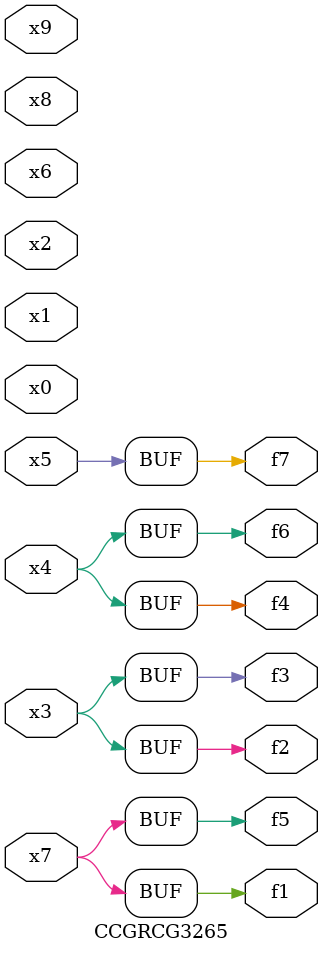
<source format=v>
module CCGRCG3265(
	input x0, x1, x2, x3, x4, x5, x6, x7, x8, x9,
	output f1, f2, f3, f4, f5, f6, f7
);
	assign f1 = x7;
	assign f2 = x3;
	assign f3 = x3;
	assign f4 = x4;
	assign f5 = x7;
	assign f6 = x4;
	assign f7 = x5;
endmodule

</source>
